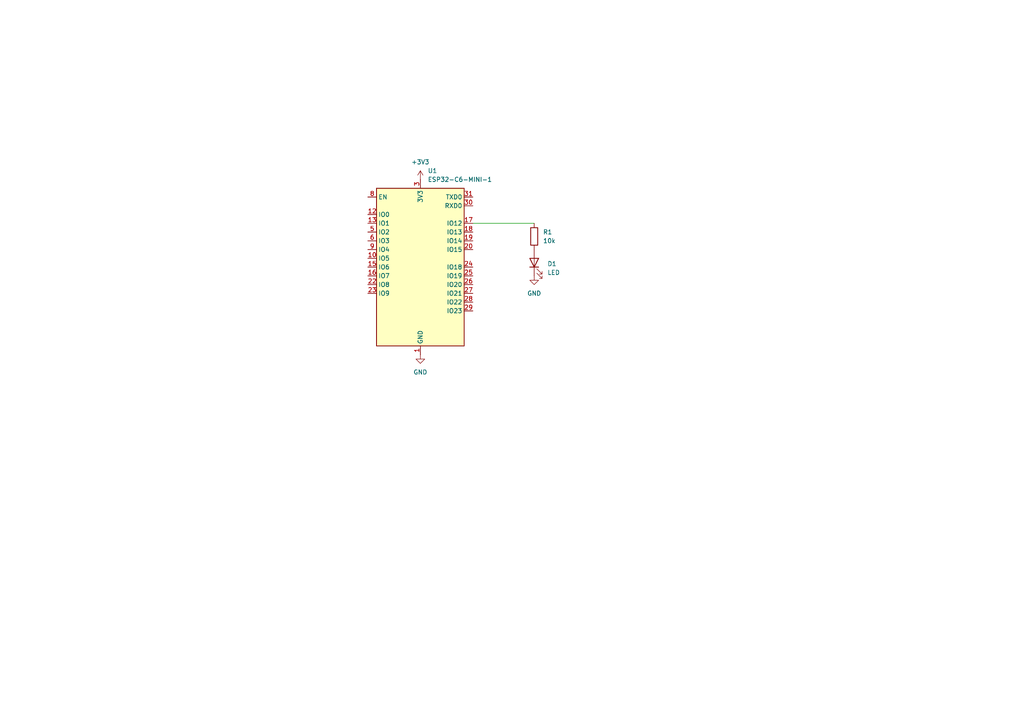
<source format=kicad_sch>
(kicad_sch (version 20250114) (generator "eeschema") (generator_version "9.0")
  (paper "A4")
  (lib_symbols
    (symbol "Device:LED" (pin_numbers (hide yes)) (pin_names (offset 1.016) (hide yes))
      (property "Reference" "D" (at 0 2.54 0))
      (property "Value" "LED" (at 0 -2.54 0))
      (symbol "LED_0_1"
        (polyline (pts (xy -3.048 -0.762) (xy -4.572 -2.286) (xy -3.81 -2.286) (xy -4.572 -2.286) (xy -4.572 -1.524)))
        (polyline (pts (xy -1.778 -0.762) (xy -3.302 -2.286) (xy -2.54 -2.286) (xy -3.302 -2.286) (xy -3.302 -1.524)))
        (polyline (pts (xy -1.27 0) (xy 1.27 0)))
        (polyline (pts (xy -1.27 -1.27) (xy -1.27 1.27)) (stroke (width 0.254)))
        (polyline (pts (xy 1.27 -1.27) (xy 1.27 1.27) (xy -1.27 0) (xy 1.27 -1.27)) (stroke (width 0.254)))
      )
      (symbol "LED_1_1"
        (pin passive line (at -3.81 0 0) (length 2.54) (name "K") (number "1"))
        (pin passive line (at 3.81 0 180) (length 2.54) (name "A") (number "2"))
      )
    )
    (symbol "Device:R" (pin_numbers (hide yes)) (pin_names (offset 0))
      (property "Reference" "R" (at 2.032 0 90))
      (property "Value" "R" (at 0 0 90))
      (symbol "R_0_1"
        (rectangle (start -1.016 -2.54) (end 1.016 2.54) (stroke (width 0.254)))
      )
      (symbol "R_1_1"
        (pin passive line (at 0 3.81 270) (length 1.27) (name "~") (number "1"))
        (pin passive line (at 0 -3.81 90) (length 1.27) (name "~") (number "2"))
      )
    )
    (symbol "RF_Module:ESP32-C6-MINI-1"
      (property "Reference" "U" (at -11.43 24.13 0))
      (property "Value" "ESP32-C6-MINI-1" (at 12.7 24.13 0))
      (symbol "ESP32-C6-MINI-1_0_1"
        (rectangle (start -12.7 22.86) (end 12.7 -22.86) (stroke (width 0.254)) (fill (type background)))
      )
      (symbol "ESP32-C6-MINI-1_1_1"
        (pin input line (at -15.24 20.32 0) (length 2.54) (name "EN") (number "8"))
        (pin bidirectional line (at -15.24 15.24 0) (length 2.54) (name "IO0") (number "12"))
        (pin bidirectional line (at -15.24 12.7 0) (length 2.54) (name "IO1") (number "13"))
        (pin bidirectional line (at -15.24 10.16 0) (length 2.54) (name "IO2") (number "5"))
        (pin bidirectional line (at -15.24 7.62 0) (length 2.54) (name "IO3") (number "6"))
        (pin bidirectional line (at -15.24 5.08 0) (length 2.54) (name "IO4") (number "9"))
        (pin bidirectional line (at -15.24 2.54 0) (length 2.54) (name "IO5") (number "10"))
        (pin bidirectional line (at -15.24 0 0) (length 2.54) (name "IO6") (number "15"))
        (pin bidirectional line (at -15.24 -2.54 0) (length 2.54) (name "IO7") (number "16"))
        (pin bidirectional line (at -15.24 -5.08 0) (length 2.54) (name "IO8") (number "22"))
        (pin bidirectional line (at -15.24 -7.62 0) (length 2.54) (name "IO9") (number "23"))
        (pin no_connect line (at -12.7 -12.7 0) (length 2.54) (hide yes) (name "NC") (number "32"))
        (pin no_connect line (at -12.7 -15.24 0) (length 2.54) (hide yes) (name "NC") (number "33"))
        (pin no_connect line (at -12.7 -17.78 0) (length 2.54) (hide yes) (name "NC") (number "34"))
        (pin no_connect line (at -12.7 -20.32 0) (length 2.54) (hide yes) (name "NC") (number "35"))
        (pin power_in line (at 0 25.4 270) (length 2.54) (name "3V3") (number "3"))
        (pin power_in line (at 0 -25.4 90) (length 2.54) (name "GND") (number "1"))
        (pin passive line (at 0 -25.4 90) (length 2.54) (hide yes) (name "GND") (number "11"))
        (pin passive line (at 0 -25.4 90) (length 2.54) (hide yes) (name "GND") (number "14"))
        (pin passive line (at 0 -25.4 90) (length 2.54) (hide yes) (name "GND") (number "2"))
        (pin passive line (at 0 -25.4 90) (length 2.54) (hide yes) (name "GND") (number "36"))
        (pin passive line (at 0 -25.4 90) (length 2.54) (hide yes) (name "GND") (number "37"))
        (pin passive line (at 0 -25.4 90) (length 2.54) (hide yes) (name "GND") (number "38"))
        (pin passive line (at 0 -25.4 90) (length 2.54) (hide yes) (name "GND") (number "39"))
        (pin passive line (at 0 -25.4 90) (length 2.54) (hide yes) (name "GND") (number "40"))
        (pin passive line (at 0 -25.4 90) (length 2.54) (hide yes) (name "GND") (number "41"))
        (pin passive line (at 0 -25.4 90) (length 2.54) (hide yes) (name "GND") (number "42"))
        (pin passive line (at 0 -25.4 90) (length 2.54) (hide yes) (name "GND") (number "43"))
        (pin passive line (at 0 -25.4 90) (length 2.54) (hide yes) (name "GND") (number "44"))
        (pin passive line (at 0 -25.4 90) (length 2.54) (hide yes) (name "GND") (number "45"))
        (pin passive line (at 0 -25.4 90) (length 2.54) (hide yes) (name "GND") (number "46"))
        (pin passive line (at 0 -25.4 90) (length 2.54) (hide yes) (name "GND") (number "47"))
        (pin passive line (at 0 -25.4 90) (length 2.54) (hide yes) (name "GND") (number "48"))
        (pin passive line (at 0 -25.4 90) (length 2.54) (hide yes) (name "GND") (number "49"))
        (pin passive line (at 0 -25.4 90) (length 2.54) (hide yes) (name "GND") (number "50"))
        (pin passive line (at 0 -25.4 90) (length 2.54) (hide yes) (name "GND") (number "51"))
        (pin passive line (at 0 -25.4 90) (length 2.54) (hide yes) (name "GND") (number "52"))
        (pin passive line (at 0 -25.4 90) (length 2.54) (hide yes) (name "GND") (number "53"))
        (pin no_connect line (at 12.7 -15.24 180) (length 2.54) (hide yes) (name "NC") (number "4"))
        (pin no_connect line (at 12.7 -17.78 180) (length 2.54) (hide yes) (name "NC") (number "7"))
        (pin no_connect line (at 12.7 -20.32 180) (length 2.54) (hide yes) (name "NC") (number "21"))
        (pin bidirectional line (at 15.24 20.32 180) (length 2.54) (name "TXD0") (number "31"))
        (pin bidirectional line (at 15.24 17.78 180) (length 2.54) (name "RXD0") (number "30"))
        (pin bidirectional line (at 15.24 12.7 180) (length 2.54) (name "IO12") (number "17"))
        (pin bidirectional line (at 15.24 10.16 180) (length 2.54) (name "IO13") (number "18"))
        (pin bidirectional line (at 15.24 7.62 180) (length 2.54) (name "IO14") (number "19"))
        (pin bidirectional line (at 15.24 5.08 180) (length 2.54) (name "IO15") (number "20"))
        (pin bidirectional line (at 15.24 0 180) (length 2.54) (name "IO18") (number "24"))
        (pin bidirectional line (at 15.24 -2.54 180) (length 2.54) (name "IO19") (number "25"))
        (pin bidirectional line (at 15.24 -5.08 180) (length 2.54) (name "IO20") (number "26"))
        (pin bidirectional line (at 15.24 -7.62 180) (length 2.54) (name "IO21") (number "27"))
        (pin bidirectional line (at 15.24 -10.16 180) (length 2.54) (name "IO22") (number "28"))
        (pin bidirectional line (at 15.24 -12.7 180) (length 2.54) (name "IO23") (number "29"))
      )
    )
    (symbol "power:+3V3" (power) (pin_numbers (hide yes)) (pin_names (offset 0) (hide yes))
      (property "Value" "+3V3" (at 0 3.556 0))
      (symbol "+3V3_0_1"
        (polyline (pts (xy -0.762 1.27) (xy 0 2.54)))
        (polyline (pts (xy 0 2.54) (xy 0.762 1.27)))
        (polyline (pts (xy 0 0) (xy 0 2.54)))
      )
      (symbol "+3V3_1_1"
        (pin power_in line (at 0 0 90) (length 0) (name "~") (number "1"))
      )
    )
    (symbol "power:GND" (power) (pin_numbers (hide yes)) (pin_names (offset 0) (hide yes))
      (property "Value" "GND" (at 0 -3.81 0))
      (symbol "GND_0_1"
        (polyline (pts (xy 0 0) (xy 0 -1.27) (xy 1.27 -1.27) (xy 0 -2.54) (xy -1.27 -1.27) (xy 0 -1.27)))
      )
      (symbol "GND_1_1"
        (pin power_in line (at 0 0 270) (length 0) (name "~") (number "1"))
      )
    )
  )
  (wire (pts (xy 137.16 64.77) (xy 154.94 64.77)))
  (symbol (lib_id "power:GND") (at 154.94 80.01 0) (unit 1)
    (property "Reference" "#PWR03" (effects (hide yes)))
    (property "Value" "GND" (at 154.94 85.09 0))
    (property "Description" "Power symbol creates a global label with name \"GND\" , ground" (effects (hide yes)))
  )
  (symbol (lib_id "Device:LED") (at 154.94 76.2 90) (unit 1)
    (property "Reference" "D1" (at 158.75 76.5174 90) (effects (justify right)))
    (property "Value" "LED" (at 158.75 79.0574 90) (effects (justify right)))
    (property "Footprint" "LED_SMD:LED_0603_1608Metric" (effects (hide yes)))
    (property "Description" "Light emitting diode" (effects (hide yes)))
    (property "Sim.Pins" "1=K 2=A" (effects (hide yes)))
  )
  (symbol (lib_id "Device:R") (at 154.94 68.58 0) (unit 1)
    (property "Reference" "R1" (at 157.48 67.3099 0) (effects (justify left)))
    (property "Value" "10k" (at 157.48 69.8499 0) (effects (justify left)))
    (property "Footprint" "Resistor_SMD:R_0603_1608Metric" (effects (hide yes)))
    (property "Description" "Resistor" (effects (hide yes)))
  )
  (symbol (lib_id "RF_Module:ESP32-C6-MINI-1") (at 121.92 77.47 0) (unit 1)
    (property "Reference" "U1" (at 124.0633 49.53 0) (effects (justify left)))
    (property "Value" "ESP32-C6-MINI-1" (at 124.0633 52.07 0) (effects (justify left)))
    (property "Footprint" "RF_Module:ESP32-C6-MINI-1" (effects (hide yes)))
    (property "Datasheet" "https://www.espressif.com/sites/default/files/documentation/esp32-c6-mini-1_mini-1u_datasheet_en.pdf" (effects (hide yes)))
    (property "Description" "RF Module, ESP32-C6 SoC, Wi-Fi 802.11b/g/n/ax, Bluetooth, BLE, Zigbee, Thread, 32-bit, 3.3V, SMD, onboard antenna" (effects (hide yes)))
  )
  (symbol (lib_id "power:+3V3") (at 121.92 52.07 0) (unit 1)
    (property "Reference" "#PWR01" (effects (hide yes)))
    (property "Value" "+3V3" (at 121.92 46.99 0))
    (property "Description" "Power symbol creates a global label with name \"+3V3\"" (effects (hide yes)))
  )
  (symbol (lib_id "power:GND") (at 121.92 102.87 0) (unit 1)
    (property "Reference" "#PWR02" (effects (hide yes)))
    (property "Value" "GND" (at 121.92 107.95 0))
    (property "Description" "Power symbol creates a global label with name \"GND\" , ground" (effects (hide yes)))
  )
)
</source>
